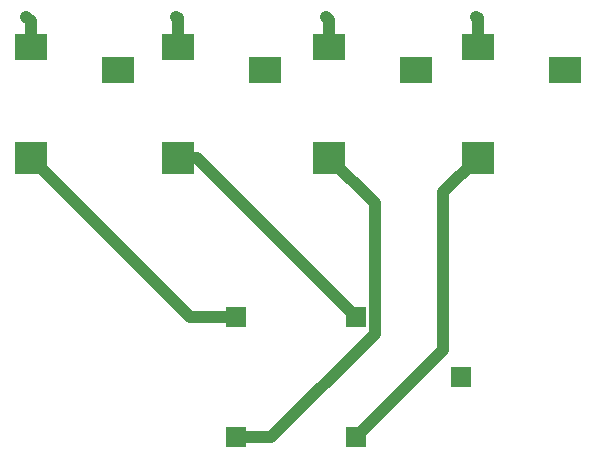
<source format=gbr>
%TF.GenerationSoftware,KiCad,Pcbnew,(5.1.6)-1*%
%TF.CreationDate,2020-10-08T10:17:58-07:00*%
%TF.ProjectId,piezobreakout,7069657a-6f62-4726-9561-6b6f75742e6b,rev?*%
%TF.SameCoordinates,Original*%
%TF.FileFunction,Copper,L1,Top*%
%TF.FilePolarity,Positive*%
%FSLAX46Y46*%
G04 Gerber Fmt 4.6, Leading zero omitted, Abs format (unit mm)*
G04 Created by KiCad (PCBNEW (5.1.6)-1) date 2020-10-08 10:17:58*
%MOMM*%
%LPD*%
G01*
G04 APERTURE LIST*
%TA.AperFunction,ComponentPad*%
%ADD10R,1.700000X1.700000*%
%TD*%
%TA.AperFunction,SMDPad,CuDef*%
%ADD11R,2.800000X2.800000*%
%TD*%
%TA.AperFunction,SMDPad,CuDef*%
%ADD12R,2.800000X2.200000*%
%TD*%
%TA.AperFunction,ViaPad*%
%ADD13C,0.800000*%
%TD*%
%TA.AperFunction,Conductor*%
%ADD14C,1.000000*%
%TD*%
G04 APERTURE END LIST*
D10*
%TO.P,J9,1*%
%TO.N,Net-(J4-PadT)*%
X133350000Y-113030000D03*
%TD*%
%TO.P,J8,1*%
%TO.N,Net-(J3-PadT)*%
X123190000Y-113030000D03*
%TD*%
%TO.P,J7,1*%
%TO.N,Net-(J2-PadT)*%
X133350000Y-102870000D03*
%TD*%
%TO.P,J6,1*%
%TO.N,Net-(J1-PadT)*%
X123190000Y-102870000D03*
%TD*%
%TO.P,J5,1*%
%TO.N,Net-(J1-PadS)*%
X142240000Y-107950000D03*
%TD*%
D11*
%TO.P,J4,T*%
%TO.N,Net-(J4-PadT)*%
X143620000Y-89366000D03*
D12*
%TO.P,J4,S*%
%TO.N,Net-(J1-PadS)*%
X143620000Y-79966000D03*
%TO.P,J4,R*%
%TO.N,N/C*%
X151020000Y-81966000D03*
%TD*%
D11*
%TO.P,J3,T*%
%TO.N,Net-(J3-PadT)*%
X131030000Y-89366000D03*
D12*
%TO.P,J3,S*%
%TO.N,Net-(J1-PadS)*%
X131030000Y-79966000D03*
%TO.P,J3,R*%
%TO.N,N/C*%
X138430000Y-81966000D03*
%TD*%
D11*
%TO.P,J2,T*%
%TO.N,Net-(J2-PadT)*%
X118220000Y-89366000D03*
D12*
%TO.P,J2,S*%
%TO.N,Net-(J1-PadS)*%
X118220000Y-79966000D03*
%TO.P,J2,R*%
%TO.N,N/C*%
X125620000Y-81966000D03*
%TD*%
D11*
%TO.P,J1,T*%
%TO.N,Net-(J1-PadT)*%
X105774000Y-89366000D03*
D12*
%TO.P,J1,S*%
%TO.N,Net-(J1-PadS)*%
X105774000Y-79966000D03*
%TO.P,J1,R*%
%TO.N,N/C*%
X113174000Y-81966000D03*
%TD*%
D13*
%TO.N,Net-(J1-PadS)*%
X105410000Y-77470000D03*
X118110000Y-77470000D03*
X130810000Y-77470000D03*
X143510000Y-77470000D03*
%TD*%
D14*
%TO.N,Net-(J1-PadT)*%
X119278000Y-102870000D02*
X123190000Y-102870000D01*
X105774000Y-89366000D02*
X119278000Y-102870000D01*
%TO.N,Net-(J1-PadS)*%
X105774000Y-79966000D02*
X105774000Y-77834000D01*
X105774000Y-77834000D02*
X105410000Y-77470000D01*
X118220000Y-79966000D02*
X118220000Y-77580000D01*
X118220000Y-77580000D02*
X118110000Y-77470000D01*
X131030000Y-79966000D02*
X131030000Y-77690000D01*
X131030000Y-77690000D02*
X130810000Y-77470000D01*
X143620000Y-79966000D02*
X143620000Y-77580000D01*
X143620000Y-77580000D02*
X143510000Y-77470000D01*
%TO.N,Net-(J2-PadT)*%
X119846000Y-89366000D02*
X133350000Y-102870000D01*
X118220000Y-89366000D02*
X119846000Y-89366000D01*
%TO.N,Net-(J3-PadT)*%
X126150002Y-113030000D02*
X123190000Y-113030000D01*
X134900001Y-104280001D02*
X126150002Y-113030000D01*
X134900001Y-93236001D02*
X134900001Y-104280001D01*
X131030000Y-89366000D02*
X134900001Y-93236001D01*
%TO.N,Net-(J4-PadT)*%
X140689999Y-105690001D02*
X133350000Y-113030000D01*
X140689999Y-92296001D02*
X140689999Y-105690001D01*
X143620000Y-89366000D02*
X140689999Y-92296001D01*
%TD*%
M02*

</source>
